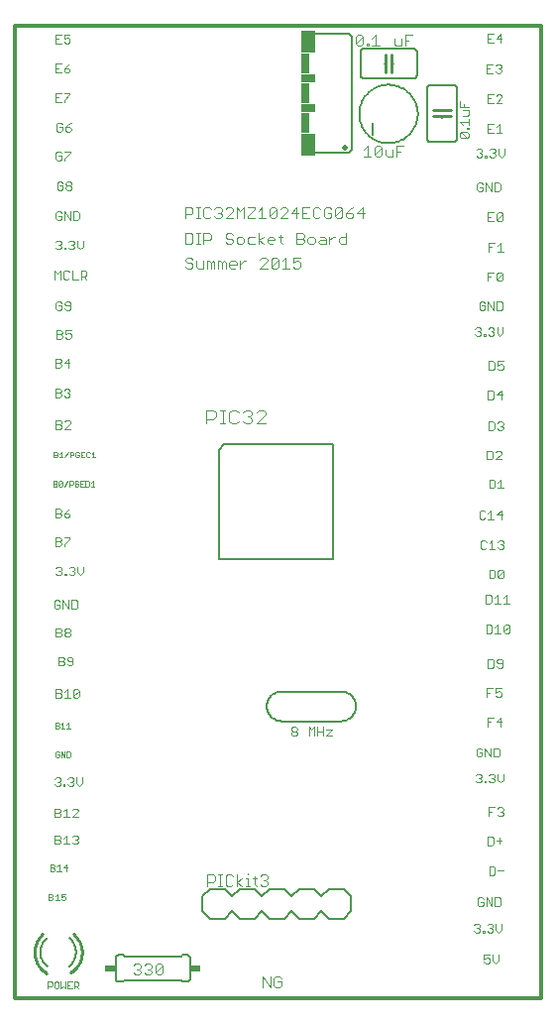
<source format=gto>
G75*
G70*
%OFA0B0*%
%FSLAX24Y24*%
%IPPOS*%
%LPD*%
%AMOC8*
5,1,8,0,0,1.08239X$1,22.5*
%
%ADD10C,0.0030*%
%ADD11C,0.0020*%
%ADD12C,0.0120*%
%ADD13C,0.0080*%
%ADD14C,0.0040*%
%ADD15C,0.0050*%
%ADD16C,0.0200*%
%ADD17C,0.0060*%
%ADD18R,0.0500X0.0750*%
%ADD19R,0.0300X0.0700*%
%ADD20R,0.0500X0.0300*%
%ADD21C,0.0100*%
%ADD22R,0.0340X0.0240*%
D10*
X002341Y005343D02*
X002486Y005343D01*
X002534Y005391D01*
X002534Y005439D01*
X002486Y005488D01*
X002341Y005488D01*
X002341Y005343D02*
X002341Y005633D01*
X002486Y005633D01*
X002534Y005584D01*
X002534Y005536D01*
X002486Y005488D01*
X002636Y005536D02*
X002732Y005633D01*
X002732Y005343D01*
X002636Y005343D02*
X002829Y005343D01*
X002930Y005391D02*
X002979Y005343D01*
X003075Y005343D01*
X003124Y005391D01*
X003124Y005439D01*
X003075Y005488D01*
X003027Y005488D01*
X003075Y005488D02*
X003124Y005536D01*
X003124Y005584D01*
X003075Y005633D01*
X002979Y005633D01*
X002930Y005584D01*
X002930Y006248D02*
X003124Y006442D01*
X003124Y006490D01*
X003075Y006538D01*
X002979Y006538D01*
X002930Y006490D01*
X002732Y006538D02*
X002732Y006248D01*
X002636Y006248D02*
X002829Y006248D01*
X002930Y006248D02*
X003124Y006248D01*
X002732Y006538D02*
X002636Y006442D01*
X002534Y006442D02*
X002486Y006393D01*
X002341Y006393D01*
X002341Y006248D02*
X002341Y006538D01*
X002486Y006538D01*
X002534Y006490D01*
X002534Y006442D01*
X002486Y006393D02*
X002534Y006345D01*
X002534Y006296D01*
X002486Y006248D01*
X002341Y006248D01*
X002389Y007291D02*
X002341Y007340D01*
X002389Y007291D02*
X002486Y007291D01*
X002534Y007340D01*
X002534Y007388D01*
X002486Y007436D01*
X002438Y007436D01*
X002486Y007436D02*
X002534Y007485D01*
X002534Y007533D01*
X002486Y007582D01*
X002389Y007582D01*
X002341Y007533D01*
X002636Y007340D02*
X002684Y007340D01*
X002684Y007291D01*
X002636Y007291D01*
X002636Y007340D01*
X002783Y007340D02*
X002831Y007291D01*
X002928Y007291D01*
X002976Y007340D01*
X002976Y007388D01*
X002928Y007436D01*
X002880Y007436D01*
X002928Y007436D02*
X002976Y007485D01*
X002976Y007533D01*
X002928Y007582D01*
X002831Y007582D01*
X002783Y007533D01*
X003078Y007582D02*
X003078Y007388D01*
X003174Y007291D01*
X003271Y007388D01*
X003271Y007582D01*
X003115Y010264D02*
X003018Y010264D01*
X002970Y010312D01*
X003163Y010506D01*
X003163Y010312D01*
X003115Y010264D01*
X002970Y010312D02*
X002970Y010506D01*
X003018Y010554D01*
X003115Y010554D01*
X003163Y010506D01*
X002868Y010264D02*
X002675Y010264D01*
X002772Y010264D02*
X002772Y010554D01*
X002675Y010457D01*
X002574Y010457D02*
X002525Y010409D01*
X002380Y010409D01*
X002380Y010554D02*
X002525Y010554D01*
X002574Y010506D01*
X002574Y010457D01*
X002525Y010409D02*
X002574Y010361D01*
X002574Y010312D01*
X002525Y010264D01*
X002380Y010264D01*
X002380Y010554D01*
X002459Y011346D02*
X002604Y011346D01*
X002653Y011395D01*
X002653Y011443D01*
X002604Y011492D01*
X002459Y011492D01*
X002459Y011637D02*
X002459Y011346D01*
X002604Y011492D02*
X002653Y011540D01*
X002653Y011588D01*
X002604Y011637D01*
X002459Y011637D01*
X002754Y011588D02*
X002754Y011540D01*
X002802Y011492D01*
X002947Y011492D01*
X002947Y011588D02*
X002947Y011395D01*
X002899Y011346D01*
X002802Y011346D01*
X002754Y011395D01*
X002754Y011588D02*
X002802Y011637D01*
X002899Y011637D01*
X002947Y011588D01*
X002820Y012311D02*
X002723Y012311D01*
X002675Y012359D01*
X002675Y012408D01*
X002723Y012456D01*
X002820Y012456D01*
X002868Y012408D01*
X002868Y012359D01*
X002820Y012311D01*
X002820Y012456D02*
X002868Y012505D01*
X002868Y012553D01*
X002820Y012601D01*
X002723Y012601D01*
X002675Y012553D01*
X002675Y012505D01*
X002723Y012456D01*
X002574Y012408D02*
X002574Y012359D01*
X002525Y012311D01*
X002380Y012311D01*
X002380Y012601D01*
X002525Y012601D01*
X002574Y012553D01*
X002574Y012505D01*
X002525Y012456D01*
X002380Y012456D01*
X002525Y012456D02*
X002574Y012408D01*
X002616Y013256D02*
X002616Y013546D01*
X002809Y013256D01*
X002809Y013546D01*
X002911Y013546D02*
X003056Y013546D01*
X003104Y013498D01*
X003104Y013304D01*
X003056Y013256D01*
X002911Y013256D01*
X002911Y013546D01*
X002515Y013498D02*
X002466Y013546D01*
X002370Y013546D01*
X002321Y013498D01*
X002321Y013304D01*
X002370Y013256D01*
X002466Y013256D01*
X002515Y013304D01*
X002515Y013401D01*
X002418Y013401D01*
X002429Y014378D02*
X002380Y014426D01*
X002429Y014378D02*
X002525Y014378D01*
X002574Y014426D01*
X002574Y014475D01*
X002525Y014523D01*
X002477Y014523D01*
X002525Y014523D02*
X002574Y014571D01*
X002574Y014620D01*
X002525Y014668D01*
X002429Y014668D01*
X002380Y014620D01*
X002675Y014426D02*
X002723Y014426D01*
X002723Y014378D01*
X002675Y014378D01*
X002675Y014426D01*
X002822Y014426D02*
X002871Y014378D01*
X002967Y014378D01*
X003016Y014426D01*
X003016Y014475D01*
X002967Y014523D01*
X002919Y014523D01*
X002967Y014523D02*
X003016Y014571D01*
X003016Y014620D01*
X002967Y014668D01*
X002871Y014668D01*
X002822Y014620D01*
X003117Y014668D02*
X003117Y014475D01*
X003214Y014378D01*
X003310Y014475D01*
X003310Y014668D01*
X002655Y015362D02*
X002655Y015411D01*
X002849Y015604D01*
X002849Y015652D01*
X002655Y015652D01*
X002554Y015604D02*
X002554Y015556D01*
X002506Y015507D01*
X002361Y015507D01*
X002361Y015362D02*
X002506Y015362D01*
X002554Y015411D01*
X002554Y015459D01*
X002506Y015507D01*
X002554Y015604D02*
X002506Y015652D01*
X002361Y015652D01*
X002361Y015362D01*
X002361Y016327D02*
X002506Y016327D01*
X002554Y016375D01*
X002554Y016424D01*
X002506Y016472D01*
X002361Y016472D01*
X002506Y016472D02*
X002554Y016520D01*
X002554Y016569D01*
X002506Y016617D01*
X002361Y016617D01*
X002361Y016327D01*
X002655Y016375D02*
X002704Y016327D01*
X002800Y016327D01*
X002849Y016375D01*
X002849Y016424D01*
X002800Y016472D01*
X002655Y016472D01*
X002655Y016375D01*
X002655Y016472D02*
X002752Y016569D01*
X002849Y016617D01*
X002868Y019299D02*
X002675Y019299D01*
X002868Y019493D01*
X002868Y019541D01*
X002820Y019589D01*
X002723Y019589D01*
X002675Y019541D01*
X002574Y019541D02*
X002574Y019493D01*
X002525Y019444D01*
X002380Y019444D01*
X002380Y019299D02*
X002525Y019299D01*
X002574Y019348D01*
X002574Y019396D01*
X002525Y019444D01*
X002574Y019541D02*
X002525Y019589D01*
X002380Y019589D01*
X002380Y019299D01*
X002361Y020362D02*
X002506Y020362D01*
X002554Y020411D01*
X002554Y020459D01*
X002506Y020507D01*
X002361Y020507D01*
X002361Y020362D02*
X002361Y020652D01*
X002506Y020652D01*
X002554Y020604D01*
X002554Y020556D01*
X002506Y020507D01*
X002655Y020411D02*
X002704Y020362D01*
X002800Y020362D01*
X002849Y020411D01*
X002849Y020459D01*
X002800Y020507D01*
X002752Y020507D01*
X002800Y020507D02*
X002849Y020556D01*
X002849Y020604D01*
X002800Y020652D01*
X002704Y020652D01*
X002655Y020604D01*
X002800Y021366D02*
X002800Y021656D01*
X002655Y021511D01*
X002849Y021511D01*
X002554Y021463D02*
X002554Y021415D01*
X002506Y021366D01*
X002361Y021366D01*
X002361Y021656D01*
X002506Y021656D01*
X002554Y021608D01*
X002554Y021560D01*
X002506Y021511D01*
X002361Y021511D01*
X002506Y021511D02*
X002554Y021463D01*
X002545Y022331D02*
X002400Y022331D01*
X002400Y022621D01*
X002545Y022621D01*
X002594Y022573D01*
X002594Y022524D01*
X002545Y022476D01*
X002400Y022476D01*
X002545Y022476D02*
X002594Y022427D01*
X002594Y022379D01*
X002545Y022331D01*
X002695Y022379D02*
X002743Y022331D01*
X002840Y022331D01*
X002888Y022379D01*
X002888Y022476D01*
X002840Y022524D01*
X002791Y022524D01*
X002695Y022476D01*
X002695Y022621D01*
X002888Y022621D01*
X002820Y023295D02*
X002723Y023295D01*
X002675Y023344D01*
X002574Y023344D02*
X002574Y023440D01*
X002477Y023440D01*
X002380Y023344D02*
X002429Y023295D01*
X002525Y023295D01*
X002574Y023344D01*
X002675Y023489D02*
X002723Y023440D01*
X002868Y023440D01*
X002868Y023344D02*
X002868Y023537D01*
X002820Y023586D01*
X002723Y023586D01*
X002675Y023537D01*
X002675Y023489D01*
X002574Y023537D02*
X002525Y023586D01*
X002429Y023586D01*
X002380Y023537D01*
X002380Y023344D01*
X002820Y023295D02*
X002868Y023344D01*
X002930Y024339D02*
X003124Y024339D01*
X003225Y024339D02*
X003225Y024629D01*
X003370Y024629D01*
X003418Y024580D01*
X003418Y024484D01*
X003370Y024435D01*
X003225Y024435D01*
X003322Y024435D02*
X003418Y024339D01*
X002930Y024339D02*
X002930Y024629D01*
X002829Y024580D02*
X002781Y024629D01*
X002684Y024629D01*
X002636Y024580D01*
X002636Y024387D01*
X002684Y024339D01*
X002781Y024339D01*
X002829Y024387D01*
X002534Y024339D02*
X002534Y024629D01*
X002438Y024532D01*
X002341Y024629D01*
X002341Y024339D01*
X002409Y025343D02*
X002361Y025391D01*
X002409Y025343D02*
X002506Y025343D01*
X002554Y025391D01*
X002554Y025439D01*
X002506Y025488D01*
X002457Y025488D01*
X002506Y025488D02*
X002554Y025536D01*
X002554Y025584D01*
X002506Y025633D01*
X002409Y025633D01*
X002361Y025584D01*
X002655Y025391D02*
X002704Y025391D01*
X002704Y025343D01*
X002655Y025343D01*
X002655Y025391D01*
X002803Y025391D02*
X002851Y025343D01*
X002948Y025343D01*
X002996Y025391D01*
X002996Y025439D01*
X002948Y025488D01*
X002899Y025488D01*
X002948Y025488D02*
X002996Y025536D01*
X002996Y025584D01*
X002948Y025633D01*
X002851Y025633D01*
X002803Y025584D01*
X003097Y025633D02*
X003097Y025439D01*
X003194Y025343D01*
X003291Y025439D01*
X003291Y025633D01*
X003115Y026327D02*
X003163Y026375D01*
X003163Y026569D01*
X003115Y026617D01*
X002970Y026617D01*
X002970Y026327D01*
X003115Y026327D01*
X002868Y026327D02*
X002868Y026617D01*
X002675Y026617D02*
X002675Y026327D01*
X002574Y026375D02*
X002574Y026472D01*
X002477Y026472D01*
X002380Y026569D02*
X002380Y026375D01*
X002429Y026327D01*
X002525Y026327D01*
X002574Y026375D01*
X002574Y026569D02*
X002525Y026617D01*
X002429Y026617D01*
X002380Y026569D01*
X002675Y026617D02*
X002868Y026327D01*
X002859Y027331D02*
X002763Y027331D01*
X002714Y027379D01*
X002714Y027427D01*
X002763Y027476D01*
X002859Y027476D01*
X002908Y027427D01*
X002908Y027379D01*
X002859Y027331D01*
X002859Y027476D02*
X002908Y027524D01*
X002908Y027573D01*
X002859Y027621D01*
X002763Y027621D01*
X002714Y027573D01*
X002714Y027524D01*
X002763Y027476D01*
X002613Y027476D02*
X002613Y027379D01*
X002565Y027331D01*
X002468Y027331D01*
X002420Y027379D01*
X002420Y027573D01*
X002468Y027621D01*
X002565Y027621D01*
X002613Y027573D01*
X002613Y027476D02*
X002516Y027476D01*
X002525Y028335D02*
X002574Y028383D01*
X002574Y028480D01*
X002477Y028480D01*
X002380Y028577D02*
X002380Y028383D01*
X002429Y028335D01*
X002525Y028335D01*
X002675Y028335D02*
X002675Y028383D01*
X002868Y028577D01*
X002868Y028625D01*
X002675Y028625D01*
X002574Y028577D02*
X002525Y028625D01*
X002429Y028625D01*
X002380Y028577D01*
X002448Y029299D02*
X002545Y029299D01*
X002594Y029348D01*
X002594Y029444D01*
X002497Y029444D01*
X002400Y029348D02*
X002400Y029541D01*
X002448Y029589D01*
X002545Y029589D01*
X002594Y029541D01*
X002695Y029444D02*
X002840Y029444D01*
X002888Y029396D01*
X002888Y029348D01*
X002840Y029299D01*
X002743Y029299D01*
X002695Y029348D01*
X002695Y029444D01*
X002791Y029541D01*
X002888Y029589D01*
X002448Y029299D02*
X002400Y029348D01*
X002361Y030303D02*
X002554Y030303D01*
X002655Y030303D02*
X002655Y030352D01*
X002849Y030545D01*
X002849Y030593D01*
X002655Y030593D01*
X002554Y030593D02*
X002361Y030593D01*
X002361Y030303D01*
X002361Y030448D02*
X002457Y030448D01*
X002361Y031287D02*
X002554Y031287D01*
X002655Y031336D02*
X002655Y031433D01*
X002800Y031433D01*
X002849Y031384D01*
X002849Y031336D01*
X002800Y031287D01*
X002704Y031287D01*
X002655Y031336D01*
X002655Y031433D02*
X002752Y031529D01*
X002849Y031578D01*
X002554Y031578D02*
X002361Y031578D01*
X002361Y031287D01*
X002361Y031433D02*
X002457Y031433D01*
X002361Y032272D02*
X002554Y032272D01*
X002655Y032320D02*
X002704Y032272D01*
X002800Y032272D01*
X002849Y032320D01*
X002849Y032417D01*
X002800Y032465D01*
X002752Y032465D01*
X002655Y032417D01*
X002655Y032562D01*
X002849Y032562D01*
X002554Y032562D02*
X002361Y032562D01*
X002361Y032272D01*
X002361Y032417D02*
X002457Y032417D01*
X006735Y026756D02*
X006735Y026386D01*
X006735Y026509D02*
X006920Y026509D01*
X006982Y026571D01*
X006982Y026694D01*
X006920Y026756D01*
X006735Y026756D01*
X007103Y026756D02*
X007226Y026756D01*
X007165Y026756D02*
X007165Y026386D01*
X007226Y026386D02*
X007103Y026386D01*
X007349Y026448D02*
X007410Y026386D01*
X007534Y026386D01*
X007595Y026448D01*
X007717Y026448D02*
X007779Y026386D01*
X007902Y026386D01*
X007964Y026448D01*
X007964Y026509D01*
X007902Y026571D01*
X007840Y026571D01*
X007902Y026571D02*
X007964Y026633D01*
X007964Y026694D01*
X007902Y026756D01*
X007779Y026756D01*
X007717Y026694D01*
X007595Y026694D02*
X007534Y026756D01*
X007410Y026756D01*
X007349Y026694D01*
X007349Y026448D01*
X007349Y025890D02*
X007534Y025890D01*
X007595Y025828D01*
X007595Y025705D01*
X007534Y025643D01*
X007349Y025643D01*
X007349Y025520D02*
X007349Y025890D01*
X007226Y025890D02*
X007103Y025890D01*
X007165Y025890D02*
X007165Y025520D01*
X007226Y025520D02*
X007103Y025520D01*
X006982Y025581D02*
X006982Y025828D01*
X006920Y025890D01*
X006735Y025890D01*
X006735Y025520D01*
X006920Y025520D01*
X006982Y025581D01*
X006920Y025063D02*
X006796Y025063D01*
X006735Y025002D01*
X006735Y024940D01*
X006796Y024878D01*
X006920Y024878D01*
X006982Y024816D01*
X006982Y024755D01*
X006920Y024693D01*
X006796Y024693D01*
X006735Y024755D01*
X006982Y025002D02*
X006920Y025063D01*
X007103Y024940D02*
X007103Y024755D01*
X007165Y024693D01*
X007350Y024693D01*
X007350Y024940D01*
X007471Y024940D02*
X007533Y024940D01*
X007595Y024878D01*
X007656Y024940D01*
X007718Y024878D01*
X007718Y024693D01*
X007840Y024693D02*
X007840Y024940D01*
X007901Y024940D01*
X007963Y024878D01*
X008025Y024940D01*
X008086Y024878D01*
X008086Y024693D01*
X007963Y024693D02*
X007963Y024878D01*
X008208Y024878D02*
X008208Y024755D01*
X008270Y024693D01*
X008393Y024693D01*
X008455Y024816D02*
X008208Y024816D01*
X008208Y024878D02*
X008270Y024940D01*
X008393Y024940D01*
X008455Y024878D01*
X008455Y024816D01*
X008576Y024816D02*
X008700Y024940D01*
X008761Y024940D01*
X008576Y024940D02*
X008576Y024693D01*
X009251Y024693D02*
X009498Y024940D01*
X009498Y025002D01*
X009437Y025063D01*
X009313Y025063D01*
X009251Y025002D01*
X009251Y024693D02*
X009498Y024693D01*
X009620Y024755D02*
X009867Y025002D01*
X009867Y024755D01*
X009805Y024693D01*
X009681Y024693D01*
X009620Y024755D01*
X009620Y025002D01*
X009681Y025063D01*
X009805Y025063D01*
X009867Y025002D01*
X009988Y024940D02*
X010111Y025063D01*
X010111Y024693D01*
X009988Y024693D02*
X010235Y024693D01*
X010356Y024755D02*
X010418Y024693D01*
X010541Y024693D01*
X010603Y024755D01*
X010603Y024878D01*
X010541Y024940D01*
X010480Y024940D01*
X010356Y024878D01*
X010356Y025063D01*
X010603Y025063D01*
X010664Y025520D02*
X010479Y025520D01*
X010479Y025890D01*
X010664Y025890D01*
X010726Y025828D01*
X010726Y025767D01*
X010664Y025705D01*
X010479Y025705D01*
X010664Y025705D02*
X010726Y025643D01*
X010726Y025581D01*
X010664Y025520D01*
X010847Y025581D02*
X010909Y025520D01*
X011033Y025520D01*
X011094Y025581D01*
X011094Y025705D01*
X011033Y025767D01*
X010909Y025767D01*
X010847Y025705D01*
X010847Y025581D01*
X011216Y025581D02*
X011277Y025643D01*
X011463Y025643D01*
X011463Y025705D02*
X011463Y025520D01*
X011277Y025520D01*
X011216Y025581D01*
X011277Y025767D02*
X011401Y025767D01*
X011463Y025705D01*
X011584Y025767D02*
X011584Y025520D01*
X011584Y025643D02*
X011707Y025767D01*
X011769Y025767D01*
X011891Y025705D02*
X011953Y025767D01*
X012138Y025767D01*
X012138Y025890D02*
X012138Y025520D01*
X011953Y025520D01*
X011891Y025581D01*
X011891Y025705D01*
X011830Y026386D02*
X011768Y026448D01*
X012015Y026694D01*
X012015Y026448D01*
X011953Y026386D01*
X011830Y026386D01*
X011768Y026448D02*
X011768Y026694D01*
X011830Y026756D01*
X011953Y026756D01*
X012015Y026694D01*
X012136Y026571D02*
X012322Y026571D01*
X012383Y026509D01*
X012383Y026448D01*
X012322Y026386D01*
X012198Y026386D01*
X012136Y026448D01*
X012136Y026571D01*
X012260Y026694D01*
X012383Y026756D01*
X012505Y026571D02*
X012752Y026571D01*
X012690Y026386D02*
X012690Y026756D01*
X012505Y026571D01*
X011647Y026571D02*
X011523Y026571D01*
X011647Y026571D02*
X011647Y026448D01*
X011585Y026386D01*
X011462Y026386D01*
X011400Y026448D01*
X011400Y026694D01*
X011462Y026756D01*
X011585Y026756D01*
X011647Y026694D01*
X011278Y026694D02*
X011217Y026756D01*
X011093Y026756D01*
X011032Y026694D01*
X011032Y026448D01*
X011093Y026386D01*
X011217Y026386D01*
X011278Y026448D01*
X010910Y026386D02*
X010663Y026386D01*
X010663Y026756D01*
X010910Y026756D01*
X010787Y026571D02*
X010663Y026571D01*
X010542Y026571D02*
X010295Y026571D01*
X010480Y026756D01*
X010480Y026386D01*
X010174Y026386D02*
X009927Y026386D01*
X010174Y026633D01*
X010174Y026694D01*
X010112Y026756D01*
X009988Y026756D01*
X009927Y026694D01*
X009805Y026694D02*
X009744Y026756D01*
X009620Y026756D01*
X009558Y026694D01*
X009558Y026448D01*
X009805Y026694D01*
X009805Y026448D01*
X009744Y026386D01*
X009620Y026386D01*
X009558Y026448D01*
X009437Y026386D02*
X009190Y026386D01*
X009069Y026386D02*
X008822Y026386D01*
X008822Y026448D01*
X009069Y026694D01*
X009069Y026756D01*
X008822Y026756D01*
X008700Y026756D02*
X008700Y026386D01*
X008577Y026633D02*
X008700Y026756D01*
X008577Y026633D02*
X008453Y026756D01*
X008453Y026386D01*
X008332Y026386D02*
X008085Y026386D01*
X008332Y026633D01*
X008332Y026694D01*
X008270Y026756D01*
X008147Y026756D01*
X008085Y026694D01*
X008147Y025890D02*
X008085Y025828D01*
X008085Y025767D01*
X008147Y025705D01*
X008270Y025705D01*
X008332Y025643D01*
X008332Y025581D01*
X008270Y025520D01*
X008147Y025520D01*
X008085Y025581D01*
X008147Y025890D02*
X008270Y025890D01*
X008332Y025828D01*
X008453Y025705D02*
X008453Y025581D01*
X008515Y025520D01*
X008639Y025520D01*
X008700Y025581D01*
X008700Y025705D01*
X008639Y025767D01*
X008515Y025767D01*
X008453Y025705D01*
X008822Y025705D02*
X008822Y025581D01*
X008883Y025520D01*
X009069Y025520D01*
X009190Y025520D02*
X009190Y025890D01*
X009069Y025767D02*
X008883Y025767D01*
X008822Y025705D01*
X009190Y025643D02*
X009375Y025767D01*
X009497Y025705D02*
X009559Y025767D01*
X009682Y025767D01*
X009744Y025705D01*
X009744Y025643D01*
X009497Y025643D01*
X009497Y025581D02*
X009497Y025705D01*
X009497Y025581D02*
X009559Y025520D01*
X009682Y025520D01*
X009927Y025581D02*
X009927Y025828D01*
X009865Y025767D02*
X009989Y025767D01*
X009927Y025581D02*
X009989Y025520D01*
X009375Y025520D02*
X009190Y025643D01*
X009313Y026386D02*
X009313Y026756D01*
X009190Y026633D01*
X007595Y024878D02*
X007595Y024693D01*
X007471Y024693D02*
X007471Y024940D01*
X012730Y028452D02*
X012977Y028452D01*
X012853Y028452D02*
X012853Y028823D01*
X012730Y028699D01*
X013098Y028761D02*
X013098Y028514D01*
X013345Y028761D01*
X013345Y028514D01*
X013283Y028452D01*
X013160Y028452D01*
X013098Y028514D01*
X013098Y028761D02*
X013160Y028823D01*
X013283Y028823D01*
X013345Y028761D01*
X013467Y028699D02*
X013467Y028514D01*
X013528Y028452D01*
X013713Y028452D01*
X013713Y028699D01*
X013835Y028638D02*
X013958Y028638D01*
X013835Y028452D02*
X013835Y028823D01*
X014082Y028823D01*
X015967Y029136D02*
X015967Y029233D01*
X016015Y029281D01*
X016209Y029088D01*
X016257Y029136D01*
X016257Y029233D01*
X016209Y029281D01*
X016015Y029281D01*
X015967Y029136D02*
X016015Y029088D01*
X016209Y029088D01*
X016209Y029382D02*
X016209Y029431D01*
X016257Y029431D01*
X016257Y029382D01*
X016209Y029382D01*
X016257Y029529D02*
X016257Y029723D01*
X016257Y029626D02*
X015967Y029626D01*
X016064Y029529D01*
X016064Y029824D02*
X016209Y029824D01*
X016257Y029872D01*
X016257Y030018D01*
X016064Y030018D01*
X016112Y030119D02*
X016112Y030216D01*
X015967Y030312D02*
X015967Y030119D01*
X016257Y030119D01*
X016896Y030264D02*
X017090Y030264D01*
X017191Y030264D02*
X017384Y030457D01*
X017384Y030506D01*
X017336Y030554D01*
X017239Y030554D01*
X017191Y030506D01*
X017090Y030554D02*
X016896Y030554D01*
X016896Y030264D01*
X016896Y030409D02*
X016993Y030409D01*
X017191Y030264D02*
X017384Y030264D01*
X017287Y029550D02*
X017287Y029260D01*
X017191Y029260D02*
X017384Y029260D01*
X017191Y029453D02*
X017287Y029550D01*
X017090Y029550D02*
X016896Y029550D01*
X016896Y029260D01*
X017090Y029260D01*
X016993Y029405D02*
X016896Y029405D01*
X017012Y028723D02*
X017109Y028723D01*
X017158Y028675D01*
X017158Y028627D01*
X017109Y028578D01*
X017158Y028530D01*
X017158Y028481D01*
X017109Y028433D01*
X017012Y028433D01*
X016964Y028481D01*
X016865Y028481D02*
X016865Y028433D01*
X016817Y028433D01*
X016817Y028481D01*
X016865Y028481D01*
X016716Y028481D02*
X016667Y028433D01*
X016570Y028433D01*
X016522Y028481D01*
X016619Y028578D02*
X016667Y028578D01*
X016716Y028530D01*
X016716Y028481D01*
X016667Y028578D02*
X016716Y028627D01*
X016716Y028675D01*
X016667Y028723D01*
X016570Y028723D01*
X016522Y028675D01*
X016964Y028675D02*
X017012Y028723D01*
X017061Y028578D02*
X017109Y028578D01*
X017259Y028530D02*
X017355Y028433D01*
X017452Y028530D01*
X017452Y028723D01*
X017259Y028723D02*
X017259Y028530D01*
X017276Y027582D02*
X017131Y027582D01*
X017131Y027291D01*
X017276Y027291D01*
X017325Y027340D01*
X017325Y027533D01*
X017276Y027582D01*
X017030Y027582D02*
X017030Y027291D01*
X016836Y027582D01*
X016836Y027291D01*
X016735Y027340D02*
X016735Y027436D01*
X016639Y027436D01*
X016735Y027340D02*
X016687Y027291D01*
X016590Y027291D01*
X016542Y027340D01*
X016542Y027533D01*
X016590Y027582D01*
X016687Y027582D01*
X016735Y027533D01*
X016916Y026578D02*
X016916Y026287D01*
X017109Y026287D01*
X017210Y026336D02*
X017210Y026529D01*
X017259Y026578D01*
X017356Y026578D01*
X017404Y026529D01*
X017210Y026336D01*
X017259Y026287D01*
X017356Y026287D01*
X017404Y026336D01*
X017404Y026529D01*
X017109Y026578D02*
X016916Y026578D01*
X016916Y026433D02*
X017013Y026433D01*
X016935Y025554D02*
X017129Y025554D01*
X017230Y025457D02*
X017327Y025554D01*
X017327Y025264D01*
X017230Y025264D02*
X017424Y025264D01*
X017032Y025409D02*
X016935Y025409D01*
X016935Y025264D02*
X016935Y025554D01*
X016916Y024570D02*
X017109Y024570D01*
X017210Y024521D02*
X017210Y024328D01*
X017404Y024521D01*
X017404Y024328D01*
X017356Y024280D01*
X017259Y024280D01*
X017210Y024328D01*
X017210Y024521D02*
X017259Y024570D01*
X017356Y024570D01*
X017404Y024521D01*
X017013Y024425D02*
X016916Y024425D01*
X016916Y024280D02*
X016916Y024570D01*
X016915Y023586D02*
X017109Y023295D01*
X017109Y023586D01*
X017210Y023586D02*
X017210Y023295D01*
X017355Y023295D01*
X017403Y023344D01*
X017403Y023537D01*
X017355Y023586D01*
X017210Y023586D01*
X016915Y023586D02*
X016915Y023295D01*
X016814Y023344D02*
X016814Y023440D01*
X016717Y023440D01*
X016621Y023344D02*
X016669Y023295D01*
X016766Y023295D01*
X016814Y023344D01*
X016814Y023537D02*
X016766Y023586D01*
X016669Y023586D01*
X016621Y023537D01*
X016621Y023344D01*
X016628Y022719D02*
X016531Y022719D01*
X016483Y022671D01*
X016579Y022574D02*
X016628Y022574D01*
X016676Y022526D01*
X016676Y022478D01*
X016628Y022429D01*
X016531Y022429D01*
X016483Y022478D01*
X016628Y022574D02*
X016676Y022623D01*
X016676Y022671D01*
X016628Y022719D01*
X016777Y022478D02*
X016777Y022429D01*
X016826Y022429D01*
X016826Y022478D01*
X016777Y022478D01*
X016925Y022478D02*
X016973Y022429D01*
X017070Y022429D01*
X017118Y022478D01*
X017118Y022526D01*
X017070Y022574D01*
X017021Y022574D01*
X017070Y022574D02*
X017118Y022623D01*
X017118Y022671D01*
X017070Y022719D01*
X016973Y022719D01*
X016925Y022671D01*
X017219Y022719D02*
X017219Y022526D01*
X017316Y022429D01*
X017413Y022526D01*
X017413Y022719D01*
X017424Y021578D02*
X017230Y021578D01*
X017230Y021433D01*
X017327Y021481D01*
X017375Y021481D01*
X017424Y021433D01*
X017424Y021336D01*
X017375Y021287D01*
X017278Y021287D01*
X017230Y021336D01*
X017129Y021336D02*
X017129Y021529D01*
X017081Y021578D01*
X016935Y021578D01*
X016935Y021287D01*
X017081Y021287D01*
X017129Y021336D01*
X017061Y020593D02*
X016916Y020593D01*
X016916Y020303D01*
X017061Y020303D01*
X017109Y020352D01*
X017109Y020545D01*
X017061Y020593D01*
X017210Y020448D02*
X017404Y020448D01*
X017356Y020303D02*
X017356Y020593D01*
X017210Y020448D01*
X017278Y019550D02*
X017375Y019550D01*
X017424Y019502D01*
X017424Y019453D01*
X017375Y019405D01*
X017424Y019357D01*
X017424Y019308D01*
X017375Y019260D01*
X017278Y019260D01*
X017230Y019308D01*
X017129Y019308D02*
X017129Y019502D01*
X017081Y019550D01*
X016935Y019550D01*
X016935Y019260D01*
X017081Y019260D01*
X017129Y019308D01*
X017230Y019502D02*
X017278Y019550D01*
X017327Y019405D02*
X017375Y019405D01*
X017316Y018566D02*
X017219Y018566D01*
X017171Y018517D01*
X017070Y018517D02*
X017070Y018324D01*
X017022Y018276D01*
X016876Y018276D01*
X016876Y018566D01*
X017022Y018566D01*
X017070Y018517D01*
X017316Y018566D02*
X017365Y018517D01*
X017365Y018469D01*
X017171Y018276D01*
X017365Y018276D01*
X017347Y017601D02*
X017250Y017505D01*
X017149Y017553D02*
X017100Y017601D01*
X016955Y017601D01*
X016955Y017311D01*
X017100Y017311D01*
X017149Y017359D01*
X017149Y017553D01*
X017347Y017601D02*
X017347Y017311D01*
X017443Y017311D02*
X017250Y017311D01*
X017355Y016558D02*
X017210Y016413D01*
X017403Y016413D01*
X017355Y016268D02*
X017355Y016558D01*
X017012Y016558D02*
X017012Y016268D01*
X016915Y016268D02*
X017109Y016268D01*
X016915Y016461D02*
X017012Y016558D01*
X016814Y016510D02*
X016766Y016558D01*
X016669Y016558D01*
X016621Y016510D01*
X016621Y016316D01*
X016669Y016268D01*
X016766Y016268D01*
X016814Y016316D01*
X016805Y015554D02*
X016708Y015554D01*
X016660Y015506D01*
X016660Y015312D01*
X016708Y015264D01*
X016805Y015264D01*
X016853Y015312D01*
X016955Y015264D02*
X017148Y015264D01*
X017051Y015264D02*
X017051Y015554D01*
X016955Y015457D01*
X016853Y015506D02*
X016805Y015554D01*
X017249Y015506D02*
X017298Y015554D01*
X017394Y015554D01*
X017443Y015506D01*
X017443Y015457D01*
X017394Y015409D01*
X017443Y015361D01*
X017443Y015312D01*
X017394Y015264D01*
X017298Y015264D01*
X017249Y015312D01*
X017346Y015409D02*
X017394Y015409D01*
X017395Y014570D02*
X017298Y014570D01*
X017250Y014521D01*
X017250Y014328D01*
X017443Y014521D01*
X017443Y014328D01*
X017395Y014280D01*
X017298Y014280D01*
X017250Y014328D01*
X017149Y014328D02*
X017149Y014521D01*
X017100Y014570D01*
X016955Y014570D01*
X016955Y014280D01*
X017100Y014280D01*
X017149Y014328D01*
X017395Y014570D02*
X017443Y014521D01*
X017523Y013723D02*
X017523Y013433D01*
X017426Y013433D02*
X017620Y013433D01*
X017426Y013627D02*
X017523Y013723D01*
X017228Y013723D02*
X017228Y013433D01*
X017132Y013433D02*
X017325Y013433D01*
X017132Y013627D02*
X017228Y013723D01*
X017031Y013675D02*
X017031Y013481D01*
X016982Y013433D01*
X016837Y013433D01*
X016837Y013723D01*
X016982Y013723D01*
X017031Y013675D01*
X017002Y012719D02*
X016857Y012719D01*
X016857Y012429D01*
X017002Y012429D01*
X017050Y012478D01*
X017050Y012671D01*
X017002Y012719D01*
X017151Y012623D02*
X017248Y012719D01*
X017248Y012429D01*
X017151Y012429D02*
X017345Y012429D01*
X017446Y012478D02*
X017639Y012671D01*
X017639Y012478D01*
X017591Y012429D01*
X017494Y012429D01*
X017446Y012478D01*
X017446Y012671D01*
X017494Y012719D01*
X017591Y012719D01*
X017639Y012671D01*
X017356Y011558D02*
X017259Y011558D01*
X017210Y011510D01*
X017210Y011461D01*
X017259Y011413D01*
X017404Y011413D01*
X017404Y011510D02*
X017356Y011558D01*
X017404Y011510D02*
X017404Y011316D01*
X017356Y011268D01*
X017259Y011268D01*
X017210Y011316D01*
X017109Y011316D02*
X017109Y011510D01*
X017061Y011558D01*
X016916Y011558D01*
X016916Y011268D01*
X017061Y011268D01*
X017109Y011316D01*
X017070Y010574D02*
X016876Y010574D01*
X016876Y010284D01*
X016876Y010429D02*
X016973Y010429D01*
X017171Y010429D02*
X017171Y010574D01*
X017365Y010574D01*
X017316Y010477D02*
X017365Y010429D01*
X017365Y010332D01*
X017316Y010284D01*
X017219Y010284D01*
X017171Y010332D01*
X017171Y010429D02*
X017268Y010477D01*
X017316Y010477D01*
X017336Y009589D02*
X017191Y009444D01*
X017384Y009444D01*
X017336Y009299D02*
X017336Y009589D01*
X017090Y009589D02*
X016896Y009589D01*
X016896Y009299D01*
X016896Y009444D02*
X016993Y009444D01*
X017010Y008566D02*
X017010Y008276D01*
X016817Y008566D01*
X016817Y008276D01*
X016716Y008324D02*
X016716Y008421D01*
X016619Y008421D01*
X016716Y008517D02*
X016667Y008566D01*
X016570Y008566D01*
X016522Y008517D01*
X016522Y008324D01*
X016570Y008276D01*
X016667Y008276D01*
X016716Y008324D01*
X017111Y008276D02*
X017256Y008276D01*
X017305Y008324D01*
X017305Y008517D01*
X017256Y008566D01*
X017111Y008566D01*
X017111Y008276D01*
X017089Y007700D02*
X017138Y007651D01*
X017138Y007603D01*
X017089Y007555D01*
X017138Y007506D01*
X017138Y007458D01*
X017089Y007409D01*
X016993Y007409D01*
X016944Y007458D01*
X016845Y007458D02*
X016845Y007409D01*
X016797Y007409D01*
X016797Y007458D01*
X016845Y007458D01*
X016696Y007458D02*
X016648Y007409D01*
X016551Y007409D01*
X016502Y007458D01*
X016599Y007555D02*
X016648Y007555D01*
X016696Y007506D01*
X016696Y007458D01*
X016648Y007555D02*
X016696Y007603D01*
X016696Y007651D01*
X016648Y007700D01*
X016551Y007700D01*
X016502Y007651D01*
X016944Y007651D02*
X016993Y007700D01*
X017089Y007700D01*
X017089Y007555D02*
X017041Y007555D01*
X017239Y007506D02*
X017239Y007700D01*
X017432Y007700D02*
X017432Y007506D01*
X017336Y007409D01*
X017239Y007506D01*
X017278Y006578D02*
X017375Y006578D01*
X017424Y006529D01*
X017424Y006481D01*
X017375Y006433D01*
X017424Y006384D01*
X017424Y006336D01*
X017375Y006287D01*
X017278Y006287D01*
X017230Y006336D01*
X017327Y006433D02*
X017375Y006433D01*
X017230Y006529D02*
X017278Y006578D01*
X017129Y006578D02*
X016935Y006578D01*
X016935Y006287D01*
X016935Y006433D02*
X017032Y006433D01*
X017041Y005593D02*
X016896Y005593D01*
X016896Y005303D01*
X017041Y005303D01*
X017090Y005352D01*
X017090Y005545D01*
X017041Y005593D01*
X017191Y005448D02*
X017384Y005448D01*
X017287Y005352D02*
X017287Y005545D01*
X017100Y004589D02*
X016955Y004589D01*
X016955Y004299D01*
X017100Y004299D01*
X017149Y004348D01*
X017149Y004541D01*
X017100Y004589D01*
X017250Y004444D02*
X017443Y004444D01*
X017296Y003546D02*
X017151Y003546D01*
X017151Y003256D01*
X017296Y003256D01*
X017344Y003304D01*
X017344Y003498D01*
X017296Y003546D01*
X017050Y003546D02*
X017050Y003256D01*
X016856Y003546D01*
X016856Y003256D01*
X016755Y003304D02*
X016755Y003401D01*
X016658Y003401D01*
X016561Y003304D02*
X016610Y003256D01*
X016707Y003256D01*
X016755Y003304D01*
X016561Y003304D02*
X016561Y003498D01*
X016610Y003546D01*
X016707Y003546D01*
X016755Y003498D01*
X016588Y002660D02*
X016492Y002660D01*
X016443Y002612D01*
X016540Y002515D02*
X016588Y002515D01*
X016637Y002467D01*
X016637Y002418D01*
X016588Y002370D01*
X016492Y002370D01*
X016443Y002418D01*
X016588Y002515D02*
X016637Y002564D01*
X016637Y002612D01*
X016588Y002660D01*
X016738Y002418D02*
X016786Y002418D01*
X016786Y002370D01*
X016738Y002370D01*
X016738Y002418D01*
X016885Y002418D02*
X016934Y002370D01*
X017030Y002370D01*
X017079Y002418D01*
X017079Y002467D01*
X017030Y002515D01*
X016982Y002515D01*
X017030Y002515D02*
X017079Y002564D01*
X017079Y002612D01*
X017030Y002660D01*
X016934Y002660D01*
X016885Y002612D01*
X017180Y002660D02*
X017180Y002467D01*
X017277Y002370D01*
X017373Y002467D01*
X017373Y002660D01*
X017266Y001617D02*
X017266Y001424D01*
X017169Y001327D01*
X017073Y001424D01*
X017073Y001617D01*
X016971Y001617D02*
X016778Y001617D01*
X016778Y001472D01*
X016875Y001520D01*
X016923Y001520D01*
X016971Y001472D01*
X016971Y001375D01*
X016923Y001327D01*
X016826Y001327D01*
X016778Y001375D01*
X011670Y008984D02*
X011476Y008984D01*
X011670Y009178D01*
X011476Y009178D01*
X011375Y009129D02*
X011182Y009129D01*
X011182Y008984D02*
X011182Y009275D01*
X011080Y009275D02*
X011080Y008984D01*
X010887Y008984D02*
X010887Y009275D01*
X010984Y009178D01*
X011080Y009275D01*
X011375Y009275D02*
X011375Y008984D01*
X010491Y009033D02*
X010443Y008984D01*
X010346Y008984D01*
X010298Y009033D01*
X010298Y009081D01*
X010346Y009129D01*
X010443Y009129D01*
X010491Y009081D01*
X010491Y009033D01*
X010443Y009129D02*
X010491Y009178D01*
X010491Y009226D01*
X010443Y009275D01*
X010346Y009275D01*
X010298Y009226D01*
X010298Y009178D01*
X010346Y009129D01*
X009438Y004309D02*
X009500Y004248D01*
X009500Y004186D01*
X009438Y004124D01*
X009500Y004062D01*
X009500Y004001D01*
X009438Y003939D01*
X009315Y003939D01*
X009253Y004001D01*
X009131Y003939D02*
X009069Y004001D01*
X009069Y004248D01*
X009007Y004186D02*
X009131Y004186D01*
X009253Y004248D02*
X009315Y004309D01*
X009438Y004309D01*
X009438Y004124D02*
X009376Y004124D01*
X008885Y003939D02*
X008762Y003939D01*
X008824Y003939D02*
X008824Y004186D01*
X008762Y004186D01*
X008640Y004186D02*
X008455Y004062D01*
X008640Y003939D01*
X008455Y003939D02*
X008455Y004309D01*
X008334Y004248D02*
X008272Y004309D01*
X008148Y004309D01*
X008087Y004248D01*
X008087Y004001D01*
X008148Y003939D01*
X008272Y003939D01*
X008334Y004001D01*
X007965Y003939D02*
X007841Y003939D01*
X007903Y003939D02*
X007903Y004309D01*
X007841Y004309D02*
X007965Y004309D01*
X007720Y004248D02*
X007720Y004124D01*
X007658Y004062D01*
X007473Y004062D01*
X007473Y003939D02*
X007473Y004309D01*
X007658Y004309D01*
X007720Y004248D01*
X008824Y004309D02*
X008824Y004371D01*
X009345Y000892D02*
X009592Y000522D01*
X009592Y000892D01*
X009713Y000830D02*
X009713Y000583D01*
X009775Y000522D01*
X009898Y000522D01*
X009960Y000583D01*
X009960Y000707D01*
X009837Y000707D01*
X009960Y000830D02*
X009898Y000892D01*
X009775Y000892D01*
X009713Y000830D01*
X009345Y000892D02*
X009345Y000522D01*
X005971Y001010D02*
X005910Y000948D01*
X005786Y000948D01*
X005725Y001010D01*
X005971Y001257D01*
X005971Y001010D01*
X005725Y001010D02*
X005725Y001257D01*
X005786Y001319D01*
X005910Y001319D01*
X005971Y001257D01*
X005603Y001257D02*
X005603Y001195D01*
X005541Y001134D01*
X005603Y001072D01*
X005603Y001010D01*
X005541Y000948D01*
X005418Y000948D01*
X005356Y001010D01*
X005235Y001010D02*
X005173Y000948D01*
X005050Y000948D01*
X004988Y001010D01*
X005111Y001134D02*
X005173Y001134D01*
X005235Y001072D01*
X005235Y001010D01*
X005173Y001134D02*
X005235Y001195D01*
X005235Y001257D01*
X005173Y001319D01*
X005050Y001319D01*
X004988Y001257D01*
X005356Y001257D02*
X005418Y001319D01*
X005541Y001319D01*
X005603Y001257D01*
X005541Y001134D02*
X005480Y001134D01*
X016876Y031268D02*
X017070Y031268D01*
X017171Y031316D02*
X017219Y031268D01*
X017316Y031268D01*
X017365Y031316D01*
X017365Y031364D01*
X017316Y031413D01*
X017268Y031413D01*
X017316Y031413D02*
X017365Y031461D01*
X017365Y031510D01*
X017316Y031558D01*
X017219Y031558D01*
X017171Y031510D01*
X017070Y031558D02*
X016876Y031558D01*
X016876Y031268D01*
X016876Y031413D02*
X016973Y031413D01*
X016896Y032291D02*
X017090Y032291D01*
X016993Y032436D02*
X016896Y032436D01*
X016896Y032291D02*
X016896Y032582D01*
X017090Y032582D01*
X017191Y032436D02*
X017384Y032436D01*
X017336Y032291D02*
X017336Y032582D01*
X017191Y032436D01*
D11*
X003644Y018526D02*
X003644Y018349D01*
X003585Y018349D02*
X003703Y018349D01*
X003585Y018467D02*
X003644Y018526D01*
X003522Y018497D02*
X003492Y018526D01*
X003433Y018526D01*
X003404Y018497D01*
X003404Y018379D01*
X003433Y018349D01*
X003492Y018349D01*
X003522Y018379D01*
X003340Y018349D02*
X003222Y018349D01*
X003222Y018526D01*
X003340Y018526D01*
X003281Y018438D02*
X003222Y018438D01*
X003159Y018438D02*
X003100Y018438D01*
X003159Y018438D02*
X003159Y018379D01*
X003130Y018349D01*
X003071Y018349D01*
X003041Y018379D01*
X003041Y018497D01*
X003071Y018526D01*
X003130Y018526D01*
X003159Y018497D01*
X002978Y018497D02*
X002978Y018438D01*
X002948Y018408D01*
X002860Y018408D01*
X002860Y018349D02*
X002860Y018526D01*
X002948Y018526D01*
X002978Y018497D01*
X002797Y018526D02*
X002679Y018349D01*
X002616Y018349D02*
X002498Y018349D01*
X002556Y018349D02*
X002556Y018526D01*
X002498Y018467D01*
X002434Y018467D02*
X002405Y018438D01*
X002316Y018438D01*
X002316Y018526D02*
X002316Y018349D01*
X002405Y018349D01*
X002434Y018379D01*
X002434Y018408D01*
X002405Y018438D01*
X002434Y018467D02*
X002434Y018497D01*
X002405Y018526D01*
X002316Y018526D01*
X002297Y017542D02*
X002385Y017542D01*
X002415Y017513D01*
X002415Y017483D01*
X002385Y017454D01*
X002297Y017454D01*
X002297Y017542D02*
X002297Y017365D01*
X002385Y017365D01*
X002415Y017395D01*
X002415Y017424D01*
X002385Y017454D01*
X002478Y017395D02*
X002478Y017513D01*
X002507Y017542D01*
X002566Y017542D01*
X002596Y017513D01*
X002478Y017395D01*
X002507Y017365D01*
X002566Y017365D01*
X002596Y017395D01*
X002596Y017513D01*
X002659Y017365D02*
X002777Y017542D01*
X002840Y017542D02*
X002929Y017542D01*
X002958Y017513D01*
X002958Y017454D01*
X002929Y017424D01*
X002840Y017424D01*
X002840Y017365D02*
X002840Y017542D01*
X003021Y017513D02*
X003021Y017395D01*
X003051Y017365D01*
X003110Y017365D01*
X003139Y017395D01*
X003139Y017454D01*
X003080Y017454D01*
X003021Y017513D02*
X003051Y017542D01*
X003110Y017542D01*
X003139Y017513D01*
X003203Y017542D02*
X003203Y017365D01*
X003321Y017365D01*
X003384Y017365D02*
X003384Y017542D01*
X003472Y017542D01*
X003502Y017513D01*
X003502Y017395D01*
X003472Y017365D01*
X003384Y017365D01*
X003262Y017454D02*
X003203Y017454D01*
X003203Y017542D02*
X003321Y017542D01*
X003565Y017483D02*
X003624Y017542D01*
X003624Y017365D01*
X003565Y017365D02*
X003683Y017365D01*
X002797Y009412D02*
X002738Y009353D01*
X002797Y009412D02*
X002797Y009235D01*
X002738Y009235D02*
X002856Y009235D01*
X002675Y009235D02*
X002557Y009235D01*
X002616Y009235D02*
X002616Y009412D01*
X002557Y009353D01*
X002493Y009353D02*
X002464Y009324D01*
X002375Y009324D01*
X002375Y009412D02*
X002464Y009412D01*
X002493Y009383D01*
X002493Y009353D01*
X002464Y009324D02*
X002493Y009294D01*
X002493Y009265D01*
X002464Y009235D01*
X002375Y009235D01*
X002375Y009412D01*
X002405Y008448D02*
X002375Y008418D01*
X002375Y008300D01*
X002405Y008271D01*
X002464Y008271D01*
X002493Y008300D01*
X002493Y008359D01*
X002434Y008359D01*
X002493Y008418D02*
X002464Y008448D01*
X002405Y008448D01*
X002557Y008448D02*
X002675Y008271D01*
X002675Y008448D01*
X002738Y008448D02*
X002826Y008448D01*
X002856Y008418D01*
X002856Y008300D01*
X002826Y008271D01*
X002738Y008271D01*
X002738Y008448D01*
X002557Y008448D02*
X002557Y008271D01*
X002488Y004648D02*
X002488Y004432D01*
X002416Y004432D02*
X002560Y004432D01*
X002633Y004540D02*
X002741Y004648D01*
X002741Y004432D01*
X002777Y004540D02*
X002633Y004540D01*
X002488Y004648D02*
X002416Y004576D01*
X002342Y004576D02*
X002306Y004540D01*
X002198Y004540D01*
X002198Y004432D02*
X002306Y004432D01*
X002342Y004468D01*
X002342Y004504D01*
X002306Y004540D01*
X002342Y004576D02*
X002342Y004612D01*
X002306Y004648D01*
X002198Y004648D01*
X002198Y004432D01*
X002247Y003664D02*
X002139Y003664D01*
X002139Y003448D01*
X002247Y003448D01*
X002283Y003484D01*
X002283Y003520D01*
X002247Y003556D01*
X002139Y003556D01*
X002247Y003556D02*
X002283Y003592D01*
X002283Y003628D01*
X002247Y003664D01*
X002357Y003592D02*
X002429Y003664D01*
X002429Y003448D01*
X002357Y003448D02*
X002501Y003448D01*
X002574Y003484D02*
X002610Y003448D01*
X002682Y003448D01*
X002718Y003484D01*
X002718Y003556D01*
X002682Y003592D01*
X002646Y003592D01*
X002574Y003556D01*
X002574Y003664D01*
X002718Y003664D01*
X002698Y000709D02*
X002698Y000489D01*
X002624Y000563D01*
X002551Y000489D01*
X002551Y000709D01*
X002477Y000673D02*
X002440Y000709D01*
X002367Y000709D01*
X002330Y000673D01*
X002330Y000526D01*
X002367Y000489D01*
X002440Y000489D01*
X002477Y000526D01*
X002477Y000673D01*
X002256Y000673D02*
X002256Y000599D01*
X002219Y000563D01*
X002109Y000563D01*
X002109Y000489D02*
X002109Y000709D01*
X002219Y000709D01*
X002256Y000673D01*
X002772Y000709D02*
X002772Y000489D01*
X002919Y000489D01*
X002993Y000489D02*
X002993Y000709D01*
X003103Y000709D01*
X003140Y000673D01*
X003140Y000599D01*
X003103Y000563D01*
X002993Y000563D01*
X003066Y000563D02*
X003140Y000489D01*
X002919Y000709D02*
X002772Y000709D01*
X002772Y000599D02*
X002845Y000599D01*
D12*
X001007Y000170D02*
X018692Y000170D01*
X018692Y032847D01*
X001007Y032847D01*
X001007Y000170D01*
D13*
X007314Y003083D02*
X007564Y002833D01*
X008064Y002833D01*
X008314Y003083D01*
X008564Y002833D01*
X009064Y002833D01*
X009314Y003083D01*
X009564Y002833D01*
X010064Y002833D01*
X010314Y003083D01*
X010564Y002833D01*
X011064Y002833D01*
X011314Y003083D01*
X011564Y002833D01*
X012064Y002833D01*
X012314Y003083D01*
X012314Y003583D01*
X012064Y003833D01*
X011564Y003833D01*
X011314Y003583D01*
X011064Y003833D01*
X010564Y003833D01*
X010314Y003583D01*
X010064Y003833D01*
X009564Y003833D01*
X009314Y003583D01*
X009064Y003833D01*
X008564Y003833D01*
X008314Y003583D01*
X008064Y003833D01*
X007564Y003833D01*
X007314Y003583D01*
X007314Y003083D01*
X007861Y014916D02*
X007861Y018592D01*
X008043Y018774D01*
X011718Y018774D01*
X011718Y014916D01*
X007861Y014916D01*
X013020Y029191D02*
X013020Y029591D01*
X012586Y029891D02*
X012588Y029953D01*
X012594Y030016D01*
X012604Y030077D01*
X012618Y030138D01*
X012635Y030198D01*
X012656Y030257D01*
X012682Y030314D01*
X012710Y030369D01*
X012742Y030423D01*
X012778Y030474D01*
X012816Y030524D01*
X012858Y030570D01*
X012902Y030614D01*
X012950Y030655D01*
X012999Y030693D01*
X013051Y030727D01*
X013105Y030758D01*
X013161Y030786D01*
X013219Y030810D01*
X013278Y030831D01*
X013338Y030847D01*
X013399Y030860D01*
X013461Y030869D01*
X013523Y030874D01*
X013586Y030875D01*
X013648Y030872D01*
X013710Y030865D01*
X013772Y030854D01*
X013832Y030839D01*
X013892Y030821D01*
X013950Y030799D01*
X014007Y030773D01*
X014062Y030743D01*
X014115Y030710D01*
X014166Y030674D01*
X014214Y030635D01*
X014260Y030592D01*
X014303Y030547D01*
X014343Y030499D01*
X014380Y030449D01*
X014414Y030396D01*
X014445Y030342D01*
X014471Y030286D01*
X014495Y030228D01*
X014514Y030168D01*
X014530Y030108D01*
X014542Y030046D01*
X014550Y029985D01*
X014554Y029922D01*
X014554Y029860D01*
X014550Y029797D01*
X014542Y029736D01*
X014530Y029674D01*
X014514Y029614D01*
X014495Y029554D01*
X014471Y029496D01*
X014445Y029440D01*
X014414Y029386D01*
X014380Y029333D01*
X014343Y029283D01*
X014303Y029235D01*
X014260Y029190D01*
X014214Y029147D01*
X014166Y029108D01*
X014115Y029072D01*
X014062Y029039D01*
X014007Y029009D01*
X013950Y028983D01*
X013892Y028961D01*
X013832Y028943D01*
X013772Y028928D01*
X013710Y028917D01*
X013648Y028910D01*
X013586Y028907D01*
X013523Y028908D01*
X013461Y028913D01*
X013399Y028922D01*
X013338Y028935D01*
X013278Y028951D01*
X013219Y028972D01*
X013161Y028996D01*
X013105Y029024D01*
X013051Y029055D01*
X012999Y029089D01*
X012950Y029127D01*
X012902Y029168D01*
X012858Y029212D01*
X012816Y029258D01*
X012778Y029308D01*
X012742Y029359D01*
X012710Y029413D01*
X012682Y029468D01*
X012656Y029525D01*
X012635Y029584D01*
X012618Y029644D01*
X012604Y029705D01*
X012594Y029766D01*
X012588Y029829D01*
X012586Y029891D01*
D14*
X012644Y032183D02*
X012524Y032183D01*
X012464Y032243D01*
X012705Y032484D01*
X012705Y032243D01*
X012644Y032183D01*
X012833Y032183D02*
X012893Y032183D01*
X012893Y032243D01*
X012833Y032243D01*
X012833Y032183D01*
X013017Y032183D02*
X013257Y032183D01*
X013137Y032183D02*
X013137Y032544D01*
X013017Y032424D01*
X012705Y032484D02*
X012644Y032544D01*
X012524Y032544D01*
X012464Y032484D01*
X012464Y032243D01*
X013753Y032243D02*
X013813Y032183D01*
X013994Y032183D01*
X013994Y032424D01*
X014122Y032364D02*
X014242Y032364D01*
X014122Y032544D02*
X014362Y032544D01*
X014122Y032544D02*
X014122Y032183D01*
X013753Y032243D02*
X013753Y032424D01*
X009366Y019938D02*
X009212Y019938D01*
X009136Y019861D01*
X008982Y019861D02*
X008982Y019784D01*
X008905Y019707D01*
X008982Y019631D01*
X008982Y019554D01*
X008905Y019477D01*
X008752Y019477D01*
X008675Y019554D01*
X008522Y019554D02*
X008445Y019477D01*
X008292Y019477D01*
X008215Y019554D01*
X008215Y019861D01*
X008292Y019938D01*
X008445Y019938D01*
X008522Y019861D01*
X008675Y019861D02*
X008752Y019938D01*
X008905Y019938D01*
X008982Y019861D01*
X008905Y019707D02*
X008829Y019707D01*
X009136Y019477D02*
X009443Y019784D01*
X009443Y019861D01*
X009366Y019938D01*
X009443Y019477D02*
X009136Y019477D01*
X008061Y019477D02*
X007908Y019477D01*
X007985Y019477D02*
X007985Y019938D01*
X008061Y019938D02*
X007908Y019938D01*
X007755Y019861D02*
X007755Y019707D01*
X007678Y019631D01*
X007448Y019631D01*
X007448Y019477D02*
X007448Y019938D01*
X007678Y019938D01*
X007755Y019861D01*
D15*
X009972Y010473D02*
X011972Y010473D01*
X012016Y010471D01*
X012059Y010465D01*
X012101Y010456D01*
X012143Y010443D01*
X012183Y010426D01*
X012222Y010406D01*
X012259Y010383D01*
X012293Y010356D01*
X012326Y010327D01*
X012355Y010294D01*
X012382Y010260D01*
X012405Y010223D01*
X012425Y010184D01*
X012442Y010144D01*
X012455Y010102D01*
X012464Y010060D01*
X012470Y010017D01*
X012472Y009973D01*
X012470Y009929D01*
X012464Y009886D01*
X012455Y009844D01*
X012442Y009802D01*
X012425Y009762D01*
X012405Y009723D01*
X012382Y009686D01*
X012355Y009652D01*
X012326Y009619D01*
X012293Y009590D01*
X012259Y009563D01*
X012222Y009540D01*
X012183Y009520D01*
X012143Y009503D01*
X012101Y009490D01*
X012059Y009481D01*
X012016Y009475D01*
X011972Y009473D01*
X009972Y009473D01*
X009928Y009475D01*
X009885Y009481D01*
X009843Y009490D01*
X009801Y009503D01*
X009761Y009520D01*
X009722Y009540D01*
X009685Y009563D01*
X009651Y009590D01*
X009618Y009619D01*
X009589Y009652D01*
X009562Y009686D01*
X009539Y009723D01*
X009519Y009762D01*
X009502Y009802D01*
X009489Y009844D01*
X009480Y009886D01*
X009474Y009929D01*
X009472Y009973D01*
X009474Y010017D01*
X009480Y010060D01*
X009489Y010102D01*
X009502Y010144D01*
X009519Y010184D01*
X009539Y010223D01*
X009562Y010260D01*
X009589Y010294D01*
X009618Y010327D01*
X009651Y010356D01*
X009685Y010383D01*
X009722Y010406D01*
X009761Y010426D01*
X009801Y010443D01*
X009843Y010456D01*
X009885Y010465D01*
X009928Y010471D01*
X009972Y010473D01*
D16*
X012089Y028767D03*
D17*
X012229Y028587D02*
X011079Y028587D01*
X012229Y028587D02*
X012329Y028687D01*
X012329Y032487D01*
X012229Y032587D01*
X011079Y032587D01*
X012620Y031995D02*
X012620Y031195D01*
X012622Y031178D01*
X012626Y031161D01*
X012633Y031145D01*
X012643Y031131D01*
X012656Y031118D01*
X012670Y031108D01*
X012686Y031101D01*
X012703Y031097D01*
X012720Y031095D01*
X014420Y031095D01*
X014437Y031097D01*
X014454Y031101D01*
X014470Y031108D01*
X014484Y031118D01*
X014497Y031131D01*
X014507Y031145D01*
X014514Y031161D01*
X014518Y031178D01*
X014520Y031195D01*
X014520Y031995D01*
X014518Y032012D01*
X014514Y032029D01*
X014507Y032045D01*
X014497Y032059D01*
X014484Y032072D01*
X014470Y032082D01*
X014454Y032089D01*
X014437Y032093D01*
X014420Y032095D01*
X012720Y032095D01*
X012703Y032093D01*
X012686Y032089D01*
X012670Y032082D01*
X012656Y032072D01*
X012643Y032059D01*
X012633Y032045D01*
X012626Y032029D01*
X012622Y032012D01*
X012620Y031995D01*
X013420Y031595D02*
X013470Y031595D01*
X013670Y031595D02*
X013720Y031595D01*
X014865Y030760D02*
X014865Y029060D01*
X014867Y029043D01*
X014871Y029026D01*
X014878Y029010D01*
X014888Y028996D01*
X014901Y028983D01*
X014915Y028973D01*
X014931Y028966D01*
X014948Y028962D01*
X014965Y028960D01*
X015765Y028960D01*
X015782Y028962D01*
X015799Y028966D01*
X015815Y028973D01*
X015829Y028983D01*
X015842Y028996D01*
X015852Y029010D01*
X015859Y029026D01*
X015863Y029043D01*
X015865Y029060D01*
X015865Y030760D01*
X015863Y030777D01*
X015859Y030794D01*
X015852Y030810D01*
X015842Y030824D01*
X015829Y030837D01*
X015815Y030847D01*
X015799Y030854D01*
X015782Y030858D01*
X015765Y030860D01*
X014965Y030860D01*
X014948Y030858D01*
X014931Y030854D01*
X014915Y030847D01*
X014901Y030837D01*
X014888Y030824D01*
X014878Y030810D01*
X014871Y030794D01*
X014867Y030777D01*
X014865Y030760D01*
X015365Y030060D02*
X015365Y030010D01*
X015365Y029810D02*
X015365Y029760D01*
X003056Y001706D02*
X003054Y001661D01*
X003049Y001615D01*
X003041Y001571D01*
X003029Y001527D01*
X003013Y001484D01*
X002995Y001442D01*
X002973Y001402D01*
X002949Y001364D01*
X002922Y001328D01*
X002892Y001293D01*
X002859Y001262D01*
X002824Y001232D01*
X003056Y001706D02*
X003054Y001751D01*
X003049Y001797D01*
X003041Y001841D01*
X003029Y001885D01*
X003013Y001928D01*
X002995Y001970D01*
X002973Y002010D01*
X002949Y002048D01*
X002922Y002084D01*
X002892Y002119D01*
X002859Y002150D01*
X002824Y002180D01*
X001856Y001706D02*
X001858Y001660D01*
X001863Y001614D01*
X001872Y001568D01*
X001884Y001523D01*
X001900Y001480D01*
X001919Y001438D01*
X001942Y001397D01*
X001967Y001358D01*
X001995Y001322D01*
X002026Y001287D01*
X002060Y001255D01*
X002096Y001226D01*
X001856Y001706D02*
X001858Y001753D01*
X001864Y001801D01*
X001873Y001847D01*
X001886Y001893D01*
X001902Y001937D01*
X001922Y001981D01*
X001946Y002022D01*
X001972Y002061D01*
X002002Y002098D01*
X002035Y002133D01*
X002070Y002165D01*
X002107Y002194D01*
X004387Y001512D02*
X004387Y000812D01*
X004389Y000795D01*
X004393Y000778D01*
X004400Y000762D01*
X004410Y000748D01*
X004423Y000735D01*
X004437Y000725D01*
X004453Y000718D01*
X004470Y000714D01*
X004487Y000712D01*
X004637Y000712D01*
X004687Y000762D01*
X006587Y000762D01*
X006637Y000712D01*
X006787Y000712D01*
X006804Y000714D01*
X006821Y000718D01*
X006837Y000725D01*
X006851Y000735D01*
X006864Y000748D01*
X006874Y000762D01*
X006881Y000778D01*
X006885Y000795D01*
X006887Y000812D01*
X006887Y001512D01*
X006885Y001529D01*
X006881Y001546D01*
X006874Y001562D01*
X006864Y001576D01*
X006851Y001589D01*
X006837Y001599D01*
X006821Y001606D01*
X006804Y001610D01*
X006787Y001612D01*
X006637Y001612D01*
X006587Y001562D01*
X004687Y001562D01*
X004637Y001612D01*
X004487Y001612D01*
X004470Y001610D01*
X004453Y001606D01*
X004437Y001599D01*
X004423Y001589D01*
X004410Y001576D01*
X004400Y001562D01*
X004393Y001546D01*
X004389Y001529D01*
X004387Y001512D01*
D18*
X010879Y028862D03*
X010879Y032312D03*
D19*
X010779Y031587D03*
X010779Y030587D03*
X010779Y029587D03*
D20*
X010879Y030087D03*
X010879Y031087D03*
D21*
X013470Y031295D02*
X013470Y031595D01*
X013470Y031895D01*
X013670Y031895D02*
X013670Y031595D01*
X013670Y031295D01*
X015065Y030010D02*
X015365Y030010D01*
X015665Y030010D01*
X015665Y029810D02*
X015365Y029810D01*
X015065Y029810D01*
X001656Y001706D02*
X001658Y001652D01*
X001663Y001598D01*
X001672Y001545D01*
X001685Y001492D01*
X001701Y001441D01*
X001721Y001391D01*
X001744Y001342D01*
X001770Y001294D01*
X001799Y001249D01*
X001832Y001206D01*
X001867Y001165D01*
X001905Y001126D01*
X001945Y001090D01*
X001988Y001057D01*
X002033Y001027D01*
X002080Y001000D01*
X002853Y001010D02*
X002901Y001040D01*
X002946Y001073D01*
X002989Y001109D01*
X003030Y001147D01*
X003067Y001189D01*
X003102Y001233D01*
X003133Y001279D01*
X003162Y001328D01*
X003186Y001378D01*
X003207Y001430D01*
X003225Y001484D01*
X003238Y001538D01*
X003248Y001593D01*
X003254Y001649D01*
X003256Y001705D01*
X003256Y001706D02*
X003254Y001759D01*
X003249Y001813D01*
X003240Y001865D01*
X003228Y001917D01*
X003212Y001968D01*
X003193Y002018D01*
X003170Y002067D01*
X003144Y002114D01*
X003116Y002159D01*
X003084Y002202D01*
X003050Y002242D01*
X003012Y002281D01*
X002973Y002317D01*
X001944Y002321D02*
X001904Y002285D01*
X001866Y002246D01*
X001831Y002205D01*
X001799Y002162D01*
X001769Y002117D01*
X001743Y002070D01*
X001721Y002021D01*
X001701Y001970D01*
X001685Y001919D01*
X001672Y001867D01*
X001663Y001813D01*
X001658Y001760D01*
X001656Y001706D01*
D22*
X004217Y001162D03*
X007057Y001162D03*
M02*

</source>
